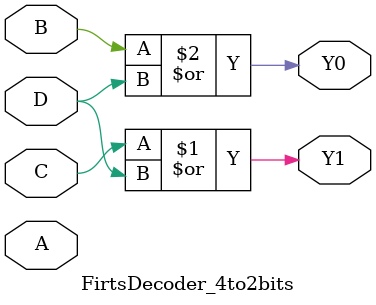
<source format=sv>

module FirtsDecoder_4to2bits(
    input logic A, B, C, D,
    output logic Y1, Y0
);

    or (Y1, C, D);
    or (Y0, B, D);


endmodule
</source>
